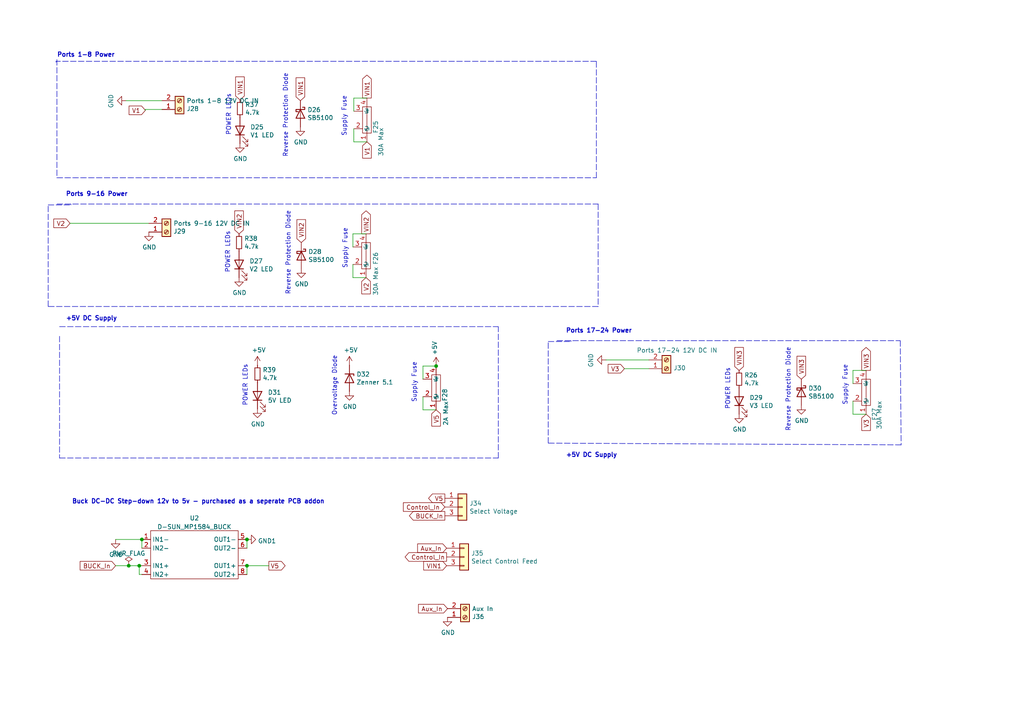
<source format=kicad_sch>
(kicad_sch (version 20211123) (generator eeschema)
  (paper "A4")
  (title_block (title "RPI Cape DPI 24ch Pixel Controller") (date "2022-04-04") (company "OnlineDynamic"))
  (lib_symbols
    (symbol "Connector:Screw_Terminal_01x02" (pin_names (offset 1.016) hide)
      (property "Reference" "J" (at 0 2.54 0))
      (property "Value" "Screw_Terminal_01x02" (at 0 -5.08 0))
      (symbol "Screw_Terminal_01x02_1_1"
        (rectangle (start -1.27 1.27) (end 1.27 -3.81) (stroke (width 0.254)) (fill (type background)))
        (circle (center 0 -2.54) (radius 0.635) (stroke (width 0.1524)))
        (polyline (pts (xy -0.5334 -2.2098) (xy 0.3302 -3.048)) (stroke (width 0.1524)))
        (polyline (pts (xy -0.5334 0.3302) (xy 0.3302 -0.508)) (stroke (width 0.1524)))
        (polyline (pts (xy -0.3556 -2.032) (xy 0.508 -2.8702)) (stroke (width 0.1524)))
        (polyline (pts (xy -0.3556 0.508) (xy 0.508 -0.3302)) (stroke (width 0.1524)))
        (circle (center 0 0) (radius 0.635) (stroke (width 0.1524)))
        (pin passive line (at -5.08 0 0) (length 3.81) (name "Pin_1") (number "1"))
        (pin passive line (at -5.08 -2.54 0) (length 3.81) (name "Pin_2") (number "2"))
      )
    )
    (symbol "Connector_Generic:Conn_01x03" (pin_names (offset 1.016) hide)
      (property "Reference" "J" (at 0 5.08 0))
      (property "Value" "Conn_01x03" (at 0 -5.08 0))
      (symbol "Conn_01x03_1_1"
        (rectangle (start -1.27 -2.413) (end 0 -2.667) (stroke (width 0.1524)))
        (rectangle (start -1.27 0.127) (end 0 -0.127) (stroke (width 0.1524)))
        (rectangle (start -1.27 2.667) (end 0 2.413) (stroke (width 0.1524)))
        (rectangle (start -1.27 3.81) (end 1.27 -3.81) (stroke (width 0.254)) (fill (type background)))
        (pin passive line (at -5.08 2.54 0) (length 3.81) (name "Pin_1") (number "1"))
        (pin passive line (at -5.08 0 0) (length 3.81) (name "Pin_2") (number "2"))
        (pin passive line (at -5.08 -2.54 0) (length 3.81) (name "Pin_3") (number "3"))
      )
    )
    (symbol "Device:D_Schottky" (pin_numbers hide) (pin_names (offset 1.016) hide)
      (property "Reference" "D" (at 0 2.54 0))
      (property "Value" "D_Schottky" (at 0 -2.54 0))
      (symbol "D_Schottky_0_1"
        (polyline (pts (xy 1.27 0) (xy -1.27 0)))
        (polyline (pts (xy 1.27 1.27) (xy 1.27 -1.27) (xy -1.27 0) (xy 1.27 1.27)) (stroke (width 0.254)))
        (polyline (pts (xy -1.905 0.635) (xy -1.905 1.27) (xy -1.27 1.27) (xy -1.27 -1.27) (xy -0.635 -1.27) (xy -0.635 -0.635)) (stroke (width 0.254)))
      )
      (symbol "D_Schottky_1_1"
        (pin passive line (at -3.81 0 0) (length 2.54) (name "K") (number "1"))
        (pin passive line (at 3.81 0 180) (length 2.54) (name "A") (number "2"))
      )
    )
    (symbol "Device:D_Zener" (pin_numbers hide) (pin_names (offset 1.016) hide)
      (property "Reference" "D" (at 0 2.54 0))
      (property "Value" "D_Zener" (at 0 -2.54 0))
      (symbol "D_Zener_0_1"
        (polyline (pts (xy 1.27 0) (xy -1.27 0)))
        (polyline (pts (xy -1.27 -1.27) (xy -1.27 1.27) (xy -0.762 1.27)) (stroke (width 0.254)))
        (polyline (pts (xy 1.27 -1.27) (xy 1.27 1.27) (xy -1.27 0) (xy 1.27 -1.27)) (stroke (width 0.254)))
      )
      (symbol "D_Zener_1_1"
        (pin passive line (at -3.81 0 0) (length 2.54) (name "K") (number "1"))
        (pin passive line (at 3.81 0 180) (length 2.54) (name "A") (number "2"))
      )
    )
    (symbol "Device:LED" (pin_numbers hide) (pin_names (offset 1.016) hide)
      (property "Reference" "D" (at 0 2.54 0))
      (property "Value" "LED" (at 0 -2.54 0))
      (symbol "LED_0_1"
        (polyline (pts (xy -1.27 -1.27) (xy -1.27 1.27)) (stroke (width 0.254)))
        (polyline (pts (xy -1.27 0) (xy 1.27 0)))
        (polyline (pts (xy 1.27 -1.27) (xy 1.27 1.27) (xy -1.27 0) (xy 1.27 -1.27)) (stroke (width 0.254)))
        (polyline (pts (xy -3.048 -0.762) (xy -4.572 -2.286) (xy -3.81 -2.286) (xy -4.572 -2.286) (xy -4.572 -1.524)))
        (polyline (pts (xy -1.778 -0.762) (xy -3.302 -2.286) (xy -2.54 -2.286) (xy -3.302 -2.286) (xy -3.302 -1.524)))
      )
      (symbol "LED_1_1"
        (pin passive line (at -3.81 0 0) (length 2.54) (name "K") (number "1"))
        (pin passive line (at 3.81 0 180) (length 2.54) (name "A") (number "2"))
      )
    )
    (symbol "Device:R_Small" (pin_numbers hide) (pin_names (offset 0.254) hide)
      (property "Reference" "R" (at 0.762 0.508 0))
      (property "Value" "R_Small" (at 0.762 -1.016 0))
      (symbol "R_Small_0_1"
        (rectangle (start -0.762 1.778) (end 0.762 -1.778) (stroke (width 0.2032)))
      )
      (symbol "R_Small_1_1"
        (pin passive line (at 0 2.54 270) (length 0.762) (name "~") (number "1"))
        (pin passive line (at 0 -2.54 90) (length 0.762) (name "~") (number "2"))
      )
    )
    (symbol "Stuarts_BESPOKE:D-SUN_MP1584_BUCK"
      (property "Reference" "U" (at 0 2.54 0))
      (property "Value" "D-SUN_MP1584_BUCK" (at 0 5.08 0))
      (symbol "D-SUN_MP1584_BUCK_0_1"
        (rectangle (start -12.7 1.27) (end 12.7 -12.7) (stroke (width 0.1524)))
      )
      (symbol "D-SUN_MP1584_BUCK_1_1"
        (pin power_in line (at -15.24 -1.27 0) (length 2.54) (name "IN1-") (number "1"))
        (pin power_in line (at -15.24 -3.81 0) (length 2.54) (name "IN2-") (number "2"))
        (pin power_in line (at -15.24 -8.89 0) (length 2.54) (name "IN1+") (number "3"))
        (pin power_in line (at -15.24 -11.43 0) (length 2.54) (name "IN2+") (number "4"))
        (pin power_out line (at 15.24 -1.27 180) (length 2.54) (name "OUT1-") (number "5"))
        (pin power_out line (at 15.24 -3.81 180) (length 2.54) (name "OUT2-") (number "6"))
        (pin power_out line (at 15.24 -8.89 180) (length 2.54) (name "OUT1+") (number "7"))
        (pin power_out line (at 15.24 -11.43 180) (length 2.54) (name "OUT2+") (number "8"))
      )
    )
    (symbol "Stuarts_BESPOKE:Medium_Auto_Fuse_Holder"
      (property "Reference" "F" (at 0 0 0))
      (property "Value" "Medium_Auto_Fuse_Holder" (at 11.43 -5.08 0))
      (symbol "Medium_Auto_Fuse_Holder_0_1"
        (rectangle (start -3.81 -2.54) (end -1.27 -10.16) (stroke (width 0.1524)))
        (polyline (pts (xy -2.54 -10.16) (xy -2.54 -2.54)) (stroke (width 0.1524)))
      )
      (symbol "Medium_Auto_Fuse_Holder_1_1"
        (pin input line (at -2.54 0 270) (length 2.54) (name "1") (number "1"))
        (pin input line (at 1.27 -3.81 180) (length 2.54) (name "2") (number "2"))
        (pin output line (at 1.27 -8.89 180) (length 2.54) (name "3") (number "3"))
        (pin output line (at -2.54 -12.7 90) (length 2.54) (name "4") (number "4"))
      )
    )
    (symbol "power:+5V" (power) (pin_names (offset 0))
      (property "Value" "+5V" (at 0 3.556 0))
      (symbol "+5V_0_1"
        (polyline (pts (xy -0.762 1.27) (xy 0 2.54)))
        (polyline (pts (xy 0 0) (xy 0 2.54)))
        (polyline (pts (xy 0 2.54) (xy 0.762 1.27)))
      )
      (symbol "+5V_1_1"
        (pin power_in line (at 0 0 90) (length 0) hide (name "+5V") (number "1"))
      )
    )
    (symbol "power:GND" (power) (pin_names (offset 0))
      (property "Value" "GND" (at 0 -3.81 0))
      (symbol "GND_0_1"
        (polyline (pts (xy 0 0) (xy 0 -1.27) (xy 1.27 -1.27) (xy 0 -2.54) (xy -1.27 -1.27) (xy 0 -1.27)))
      )
      (symbol "GND_1_1"
        (pin power_in line (at 0 0 270) (length 0) hide (name "GND") (number "1"))
      )
    )
    (symbol "power:GND1" (power) (pin_names (offset 0))
      (property "Value" "GND1" (at 0 -3.81 0))
      (symbol "GND1_0_1"
        (polyline (pts (xy 0 0) (xy 0 -1.27) (xy 1.27 -1.27) (xy 0 -2.54) (xy -1.27 -1.27) (xy 0 -1.27)))
      )
      (symbol "GND1_1_1"
        (pin power_in line (at 0 0 270) (length 0) hide (name "GND1") (number "1"))
      )
    )
    (symbol "power:PWR_FLAG" (power) (pin_numbers hide) (pin_names (offset 0) hide)
      (property "Value" "PWR_FLAG" (at 0 3.81 0))
      (symbol "PWR_FLAG_0_0"
        (pin power_out line (at 0 0 90) (length 0) (name "pwr") (number "1"))
      )
      (symbol "PWR_FLAG_0_1"
        (polyline (pts (xy 0 0) (xy 0 1.27) (xy -1.016 1.905) (xy 0 2.54) (xy 1.016 1.905) (xy 0 1.27)))
      )
    )
  )
  (junction (at 41.148 156.464))
  (junction (at 71.628 164.084))
  (junction (at 71.628 156.464))
  (junction (at 126.492 106.172))
  (junction (at 40.386 164.084))
  (junction (at 37.338 164.084))
  (polyline (pts (xy 261.112 98.806) (xy 261.366 129.032)))
  (wire (pts (xy 46.99 31.75) (xy 42.164 31.75)))
  (wire (pts (xy 71.628 164.084) (xy 77.978 164.084)))
  (wire (pts (xy 71.628 164.084) (xy 71.628 166.624)))
  (wire (pts (xy 251.206 107.442) (xy 247.396 107.442)))
  (polyline (pts (xy 173.482 88.9) (xy 13.97 88.9)))
  (wire (pts (xy 37.338 164.084) (xy 40.386 164.084)))
  (polyline (pts (xy 159.004 128.524) (xy 159.004 99.06)))
  (wire (pts (xy 102.362 76.708) (xy 102.362 80.518)))
  (polyline (pts (xy 144.526 132.842) (xy 144.526 94.742)))
  (wire (pts (xy 106.172 67.818) (xy 102.362 67.818)))
  (polyline (pts (xy 16.51 51.562) (xy 172.974 51.562)))
  (wire (pts (xy 33.528 164.084) (xy 37.338 164.084)))
  (polyline (pts (xy 17.272 132.842) (xy 144.526 132.842)))
  (polyline (pts (xy 20.574 59.436) (xy 20.574 59.182)))
  (wire (pts (xy 247.396 120.142) (xy 251.206 120.142)))
  (polyline (pts (xy 13.97 88.9) (xy 13.97 59.436)))
  (wire (pts (xy 122.682 115.062) (xy 122.682 118.872)))
  (wire (pts (xy 102.616 37.338) (xy 102.616 41.148)))
  (polyline (pts (xy 16.51 59.182) (xy 173.482 59.182)))
  (wire (pts (xy 41.148 156.464) (xy 41.148 159.004)))
  (wire (pts (xy 71.628 156.464) (xy 71.628 159.004)))
  (wire (pts (xy 102.362 80.518) (xy 106.172 80.518)))
  (polyline (pts (xy 172.974 51.562) (xy 172.974 17.78)))
  (wire (pts (xy 247.396 116.332) (xy 247.396 120.142)))
  (wire (pts (xy 181.102 106.934) (xy 188.214 106.934)))
  (wire (pts (xy 122.682 106.172) (xy 126.492 106.172)))
  (polyline (pts (xy 159.004 99.06) (xy 165.608 99.06)))
  (polyline (pts (xy 16.256 17.78) (xy 16.256 18.034)))
  (wire (pts (xy 40.386 166.624) (xy 40.386 164.084)))
  (wire (pts (xy 102.616 28.448) (xy 106.426 28.448)))
  (polyline (pts (xy 165.608 99.06) (xy 165.608 98.806)))
  (wire (pts (xy 41.148 166.624) (xy 40.386 166.624)))
  (polyline (pts (xy 172.974 17.78) (xy 16.256 17.78)))
  (wire (pts (xy 175.768 104.394) (xy 188.214 104.394)))
  (wire (pts (xy 122.682 118.872) (xy 126.492 118.872)))
  (wire (pts (xy 122.682 106.172) (xy 122.682 109.982)))
  (wire (pts (xy 36.576 29.21) (xy 46.99 29.21)))
  (wire (pts (xy 102.362 67.818) (xy 102.362 71.628)))
  (wire (pts (xy 20.32 64.77) (xy 43.18 64.77)))
  (wire (pts (xy 42.164 31.75) (xy 42.164 32.004)))
  (polyline (pts (xy 17.272 94.742) (xy 144.526 94.742)))
  (polyline (pts (xy 261.366 129.032) (xy 159.004 128.524)))
  (polyline (pts (xy 16.51 17.272) (xy 16.51 51.562)))
  (polyline (pts (xy 161.544 98.806) (xy 261.112 98.806)))
  (wire (pts (xy 33.528 156.464) (xy 41.148 156.464)))
  (polyline (pts (xy 173.482 59.182) (xy 173.482 88.9)))
  (wire (pts (xy 102.616 41.148) (xy 106.426 41.148)))
  (polyline (pts (xy 13.97 59.436) (xy 20.574 59.436)))
  (wire (pts (xy 102.616 32.258) (xy 102.616 28.448)))
  (polyline (pts (xy 17.272 97.536) (xy 17.272 132.842)))
  (wire (pts (xy 247.396 107.442) (xy 247.396 111.252)))
  (wire (pts (xy 40.386 164.084) (xy 41.148 164.084)))
  (text "POWER LEDs" (at 66.802 79.248 90) (effects (font (size 1.27 1.27)) (justify left bottom)))
  (text "POWER LEDs" (at 71.882 117.856 90) (effects (font (size 1.27 1.27)) (justify left bottom)))
  (text "+5V DC Supply" (at 164.084 132.842 0) (effects (font (size 1.27 1.27) (thickness 0.254) bold) (justify left bottom)))
  (text "POWER LEDs" (at 67.056 39.37 90) (effects (font (size 1.27 1.27)) (justify left bottom)))
  (text "Reverse Protection Diode" (at 229.362 125.222 90) (effects (font (size 1.27 1.27)) (justify left bottom)))
  (text "Supply Fuse" (at 100.584 39.624 90) (effects (font (size 1.27 1.27)) (justify left bottom)))
  (text "+5V DC Supply" (at 19.05 93.218 0) (effects (font (size 1.27 1.27) (thickness 0.254) bold) (justify left bottom)))
  (text "Reverse Protection Diode" (at 84.328 85.598 90) (effects (font (size 1.27 1.27)) (justify left bottom)))
  (text "Ports 9-16 Power" (at 19.05 57.15 0) (effects (font (size 1.27 1.27) (thickness 0.254) bold) (justify left bottom)))
  (text "Buck DC-DC Step-down 12v to 5v - purchased as a seperate PCB addon" (at 20.828 146.304 0) (effects (font (size 1.27 1.27) (thickness 0.254) bold) (justify left bottom)))
  (text "Supply Fuse" (at 245.872 117.602 90) (effects (font (size 1.27 1.27)) (justify left bottom)))
  (text "Supply Fuse" (at 100.838 77.978 90) (effects (font (size 1.27 1.27)) (justify left bottom)))
  (text "Reverse Protection Diode" (at 83.566 45.72 90) (effects (font (size 1.27 1.27)) (justify left bottom)))
  (text "Supply Fuse" (at 120.904 116.84 90) (effects (font (size 1.27 1.27)) (justify left bottom)))
  (text "Ports 17-24 Power" (at 164.084 96.774 0) (effects (font (size 1.27 1.27) (thickness 0.254) bold) (justify left bottom)))
  (text "Ports 1-8 Power" (at 16.51 16.764 0) (effects (font (size 1.27 1.27) (thickness 0.254) bold) (justify left bottom)))
  (text "POWER LEDs" (at 211.836 118.872 90) (effects (font (size 1.27 1.27)) (justify left bottom)))
  (text "Overvoltage Diode" (at 97.79 120.65 90) (effects (font (size 1.27 1.27)) (justify left bottom)))
  (global_label "Aux_In" (shape input) (at 129.794 176.53 180) (property "Intersheet References" "${INTERSHEET_REFS}" (effects hide)))
  (global_label "BUCK_In" (shape output) (at 129.032 149.606 180) (property "Intersheet References" "${INTERSHEET_REFS}" (effects hide)))
  (global_label "V5" (shape output) (at 77.978 164.084 0) (property "Intersheet References" "${INTERSHEET_REFS}" (effects hide)))
  (global_label "VIN3" (shape output) (at 251.206 107.442 90) (property "Intersheet References" "${INTERSHEET_REFS}" (effects hide)))
  (global_label "VIN2" (shape input) (at 87.376 70.358 90) (property "Intersheet References" "${INTERSHEET_REFS}" (effects hide)))
  (global_label "VIN1" (shape output) (at 106.426 28.448 90) (property "Intersheet References" "${INTERSHEET_REFS}" (effects hide)))
  (global_label "VIN2" (shape output) (at 106.172 67.818 90) (property "Intersheet References" "${INTERSHEET_REFS}" (effects hide)))
  (global_label "VIN1" (shape input) (at 129.54 164.084 180) (property "Intersheet References" "${INTERSHEET_REFS}" (effects hide)))
  (global_label "Aux_In" (shape input) (at 129.54 159.004 180) (property "Intersheet References" "${INTERSHEET_REFS}" (effects hide)))
  (global_label "VIN1" (shape input) (at 69.596 28.956 90) (property "Intersheet References" "${INTERSHEET_REFS}" (effects hide)))
  (global_label "VIN1" (shape input) (at 87.122 29.21 90) (property "Intersheet References" "${INTERSHEET_REFS}" (effects hide)))
  (global_label "V3" (shape input) (at 181.102 106.934 180) (property "Intersheet References" "${INTERSHEET_REFS}" (effects hide)))
  (global_label "V1" (shape input) (at 42.164 32.004 180) (property "Intersheet References" "${INTERSHEET_REFS}" (effects hide)))
  (global_label "BUCK_In" (shape input) (at 33.528 164.084 180) (property "Intersheet References" "${INTERSHEET_REFS}" (effects hide)))
  (global_label "V1" (shape input) (at 106.426 41.148 270) (property "Intersheet References" "${INTERSHEET_REFS}" (effects hide)))
  (global_label "VIN3" (shape input) (at 232.41 109.982 90) (property "Intersheet References" "${INTERSHEET_REFS}" (effects hide)))
  (global_label "V5" (shape output) (at 129.032 144.526 180) (property "Intersheet References" "${INTERSHEET_REFS}" (effects hide)))
  (global_label "Control_In" (shape output) (at 129.54 161.544 180) (property "Intersheet References" "${INTERSHEET_REFS}" (effects hide)))
  (global_label "V2" (shape input) (at 20.32 64.77 180) (property "Intersheet References" "${INTERSHEET_REFS}" (effects hide)))
  (global_label "V3" (shape input) (at 251.206 120.142 270) (property "Intersheet References" "${INTERSHEET_REFS}" (effects hide)))
  (global_label "Control_In" (shape input) (at 129.032 147.066 180) (property "Intersheet References" "${INTERSHEET_REFS}" (effects hide)))
  (global_label "V5" (shape input) (at 126.492 118.872 270) (property "Intersheet References" "${INTERSHEET_REFS}" (effects hide)))
  (global_label "V2" (shape input) (at 106.172 80.518 270) (property "Intersheet References" "${INTERSHEET_REFS}" (effects hide)))
  (global_label "VIN2" (shape input) (at 69.342 67.818 90) (property "Intersheet References" "${INTERSHEET_REFS}" (effects hide)))
  (global_label "VIN3" (shape input) (at 214.376 107.442 90) (property "Intersheet References" "${INTERSHEET_REFS}" (effects hide)))
  (symbol (lib_id "Connector:Screw_Terminal_01x02") (at 52.07 31.75 0) (mirror x) (unit 1)
    (property "Reference" "J28" (at 54.102 31.5468 0) (effects (justify left)))
    (property "Value" "Ports 1-8 12V DC IN" (at 54.102 29.2354 0) (effects (justify left)))
    (property "Footprint" "Stuart_BESPOKE:TerminalBlock_KF950_1x02_P9.50mm_Horizontal" (effects hide))
  )
  (symbol (lib_id "Connector:Screw_Terminal_01x02") (at 48.26 67.31 0) (mirror x) (unit 1)
    (property "Reference" "J29" (at 50.292 67.1068 0) (effects (justify left)))
    (property "Value" "Ports 9-16 12V DC IN" (at 50.292 64.7954 0) (effects (justify left)))
    (property "Footprint" "Stuart_BESPOKE:TerminalBlock_KF950_1x02_P9.50mm_Horizontal" (effects hide))
  )
  (symbol (lib_id "power:GND") (at 36.576 29.21 270) (unit 1)
    (property "Reference" "#PWR061" (effects hide))
    (property "Value" "GND" (at 32.1818 29.337 0))
  )
  (symbol (lib_id "power:GND") (at 43.18 67.31 0) (unit 1)
    (property "Reference" "#PWR060" (effects hide))
    (property "Value" "GND" (at 43.307 71.7042 0))
  )
  (symbol (lib_id "power:GND") (at 69.596 41.656 0) (unit 1)
    (property "Reference" "#PWR062" (effects hide))
    (property "Value" "GND" (at 69.723 46.0502 0))
  )
  (symbol (lib_id "power:GND") (at 69.342 80.518 0) (unit 1)
    (property "Reference" "#PWR063" (effects hide))
    (property "Value" "GND" (at 69.469 84.9122 0))
  )
  (symbol (lib_id "power:GND") (at 74.676 118.618 0) (unit 1)
    (property "Reference" "#PWR065" (effects hide))
    (property "Value" "GND" (at 74.803 123.0122 0))
  )
  (symbol (lib_id "power:+5V") (at 74.676 105.918 0) (unit 1)
    (property "Reference" "#PWR064" (effects hide))
    (property "Value" "+5V" (at 75.057 101.5238 0))
  )
  (symbol (lib_id "Device:LED") (at 69.596 37.846 90) (unit 1)
    (property "Reference" "D25" (at 72.5932 36.8554 90) (effects (justify right)))
    (property "Value" "V1 LED" (at 72.5932 39.1668 90) (effects (justify right)))
    (property "Footprint" "LED_SMD:LED_0603_1608Metric" (effects hide))
    (property "Datasheet" "Everlight-Elec-19-217-GHC-YR1S2-3T_C72043.pdf" (effects hide))
    (property "Description" "C72043" (effects hide))
  )
  (symbol (lib_id "Device:LED") (at 69.342 76.708 90) (unit 1)
    (property "Reference" "D27" (at 72.3392 75.7174 90) (effects (justify right)))
    (property "Value" "V2 LED" (at 72.3392 78.0288 90) (effects (justify right)))
    (property "Footprint" "LED_SMD:LED_0603_1608Metric" (effects hide))
    (property "Datasheet" "Everlight-Elec-19-217-GHC-YR1S2-3T_C72043.pdf" (effects hide))
    (property "Description" "C72043" (effects hide))
  )
  (symbol (lib_id "Device:LED") (at 74.676 114.808 90) (unit 1)
    (property "Reference" "D31" (at 77.6732 113.8174 90) (effects (justify right)))
    (property "Value" "5V LED" (at 77.6732 116.1288 90) (effects (justify right)))
    (property "Footprint" "LED_SMD:LED_0603_1608Metric" (effects hide))
    (property "Datasheet" "Everlight-Elec-19-217-GHC-YR1S2-3T_C72043.pdf" (effects hide))
    (property "Description" "C72043" (effects hide))
  )
  (symbol (lib_id "Device:R_Small") (at 69.596 31.496 0) (unit 1)
    (property "Reference" "R37" (at 71.0946 30.3276 0) (effects (justify left)))
    (property "Value" "4.7k" (at 71.0946 32.639 0) (effects (justify left)))
    (property "Footprint" "Resistor_SMD:R_0805_2012Metric" (effects hide))
    (property "Datasheet" "https://datasheet.lcsc.com/szlcsc/Uniroyal-Elec-0805W8F2201T5E_C17520.pdf" (effects hide))
    (property "Description" "C17673" (effects hide))
  )
  (symbol (lib_id "Device:R_Small") (at 69.342 70.358 0) (unit 1)
    (property "Reference" "R38" (at 70.8406 69.1896 0) (effects (justify left)))
    (property "Value" "4.7k" (at 70.8406 71.501 0) (effects (justify left)))
    (property "Footprint" "Resistor_SMD:R_0805_2012Metric" (effects hide))
    (property "Datasheet" "https://datasheet.lcsc.com/szlcsc/Uniroyal-Elec-0805W8F2201T5E_C17520.pdf" (effects hide))
    (property "Description" "C17673" (effects hide))
  )
  (symbol (lib_id "Device:R_Small") (at 74.676 108.458 0) (unit 1)
    (property "Reference" "R39" (at 76.1746 107.2896 0) (effects (justify left)))
    (property "Value" "4.7k" (at 76.1746 109.601 0) (effects (justify left)))
    (property "Footprint" "Resistor_SMD:R_0805_2012Metric" (effects hide))
    (property "Datasheet" "https://datasheet.lcsc.com/szlcsc/Uniroyal-Elec-0805W8F2201T5E_C17520.pdf" (effects hide))
    (property "Description" "C17673" (effects hide))
  )
  (symbol (lib_id "power:GND") (at 87.122 36.83 0) (unit 1)
    (property "Reference" "#PWR066" (effects hide))
    (property "Value" "GND" (at 87.249 41.2242 0))
  )
  (symbol (lib_id "power:GND") (at 87.376 77.978 0) (unit 1)
    (property "Reference" "#PWR067" (effects hide))
    (property "Value" "GND" (at 87.503 82.3722 0))
  )
  (symbol (lib_id "Device:D_Schottky") (at 87.122 33.02 270) (unit 1)
    (property "Reference" "D26" (at 89.154 31.8516 90) (effects (justify left)))
    (property "Value" "SB5100" (at 89.154 34.163 90) (effects (justify left)))
    (property "Footprint" "Diode_THT:D_DO-201AD_P12.70mm_Horizontal" (effects hide))
  )
  (symbol (lib_id "Device:D_Schottky") (at 87.376 74.168 270) (unit 1)
    (property "Reference" "D28" (at 89.408 72.9996 90) (effects (justify left)))
    (property "Value" "SB5100" (at 89.408 75.311 90) (effects (justify left)))
    (property "Footprint" "Diode_THT:D_DO-201AD_P12.70mm_Horizontal" (effects hide))
  )
  (symbol (lib_id "power:GND") (at 101.346 113.538 0) (unit 1)
    (property "Reference" "#PWR071" (effects hide))
    (property "Value" "GND" (at 101.473 117.9322 0))
  )
  (symbol (lib_id "power:+5V") (at 101.346 105.918 0) (unit 1)
    (property "Reference" "#PWR070" (effects hide))
    (property "Value" "+5V" (at 101.727 101.5238 0))
  )
  (symbol (lib_id "Device:D_Zener") (at 101.346 109.728 270) (unit 1)
    (property "Reference" "D32" (at 103.378 108.5596 90) (effects (justify left)))
    (property "Value" "Zenner 5.1" (at 103.378 110.871 90) (effects (justify left)))
    (property "Footprint" "Diode_THT:D_5W_P10.16mm_Horizontal" (effects hide))
  )
  (symbol (lib_id "Stuarts_BESPOKE:Medium_Auto_Fuse_Holder") (at 123.952 118.872 180) (unit 1)
    (property "Reference" "F28" (at 129.032 114.554 90))
    (property "Value" "2A Max" (at 129.286 119.888 90))
    (property "Footprint" "Stuart_BESPOKE:Medium Auto Fuse Holder" (effects hide))
  )
  (symbol (lib_id "power:GND") (at 33.528 156.464 0) (unit 1)
    (property "Reference" "#PWR072" (effects hide))
    (property "Value" "GND" (at 33.655 160.8582 0))
  )
  (symbol (lib_id "Stuarts_BESPOKE:Medium_Auto_Fuse_Holder") (at 103.886 41.148 180) (unit 1)
    (property "Reference" "F25" (at 108.966 36.83 90))
    (property "Value" "30A Max" (at 110.49 41.148 90))
    (property "Footprint" "Stuart_BESPOKE:Medium Auto Fuse Holder" (effects hide))
  )
  (symbol (lib_id "Stuarts_BESPOKE:Medium_Auto_Fuse_Holder") (at 103.632 80.518 180) (unit 1)
    (property "Reference" "F26" (at 108.966 74.93 90))
    (property "Value" "30A Max" (at 108.966 81.534 90))
    (property "Footprint" "Stuart_BESPOKE:Medium Auto Fuse Holder" (effects hide))
  )
  (symbol (lib_id "Connector:Screw_Terminal_01x02") (at 193.294 106.934 0) (mirror x) (unit 1)
    (property "Reference" "J30" (at 195.326 106.7308 0) (effects (justify left)))
    (property "Value" "Ports 17-24 12V DC IN" (at 184.658 101.6 0) (effects (justify left)))
    (property "Footprint" "Stuart_BESPOKE:TerminalBlock_KF950_1x02_P9.50mm_Horizontal" (effects hide))
  )
  (symbol (lib_id "Device:R_Small") (at 214.376 109.982 0) (unit 1)
    (property "Reference" "R26" (at 215.8746 108.8136 0) (effects (justify left)))
    (property "Value" "4.7k" (at 215.8746 111.125 0) (effects (justify left)))
    (property "Footprint" "Resistor_SMD:R_0805_2012Metric" (effects hide))
    (property "Datasheet" "https://datasheet.lcsc.com/szlcsc/Uniroyal-Elec-0805W8F2201T5E_C17520.pdf" (effects hide))
    (property "Description" "C17673" (effects hide))
  )
  (symbol (lib_id "Stuarts_BESPOKE:D-SUN_MP1584_BUCK") (at 56.388 155.194 0) (unit 1)
    (property "Reference" "U2" (at 56.388 150.275 0))
    (property "Value" "D-SUN_MP1584_BUCK" (at 56.388 152.8119 0))
    (property "Footprint" "Stuart_BESPOKE:D-SUN_MP1584_BUCK" (effects hide))
  )
  (symbol (lib_id "Device:D_Schottky") (at 232.41 113.792 270) (unit 1)
    (property "Reference" "D30" (at 234.442 112.6236 90) (effects (justify left)))
    (property "Value" "SB5100" (at 234.442 114.935 90) (effects (justify left)))
    (property "Footprint" "Diode_THT:D_DO-201AD_P12.70mm_Horizontal" (effects hide))
  )
  (symbol (lib_id "power:+5V") (at 126.492 106.172 0) (unit 1)
    (property "Reference" "#PWR0123" (effects hide))
    (property "Value" "+5V" (at 126.0582 102.9971 90) (effects (justify left)))
  )
  (symbol (lib_id "power:GND") (at 232.41 117.602 0) (unit 1)
    (property "Reference" "#PWR041" (effects hide))
    (property "Value" "GND" (at 232.537 121.9962 0))
  )
  (symbol (lib_id "power:GND") (at 175.768 104.394 270) (unit 1)
    (property "Reference" "#PWR036" (effects hide))
    (property "Value" "GND" (at 171.3738 104.521 0))
  )
  (symbol (lib_id "power:GND") (at 214.376 120.142 0) (unit 1)
    (property "Reference" "#PWR037" (effects hide))
    (property "Value" "GND" (at 214.503 124.5362 0))
  )
  (symbol (lib_id "Connector_Generic:Conn_01x03") (at 134.112 147.066 0) (unit 1)
    (property "Reference" "J34" (at 136.144 145.9992 0) (effects (justify left)))
    (property "Value" "Select Voltage" (at 136.144 148.3106 0) (effects (justify left)))
    (property "Footprint" "Connector_PinHeader_2.54mm:PinHeader_1x03_P2.54mm_Vertical" (effects hide))
  )
  (symbol (lib_id "power:PWR_FLAG") (at 37.338 164.084 0) (unit 1)
    (property "Reference" "#FLG0101" (effects hide))
    (property "Value" "PWR_FLAG" (at 37.338 160.5082 0))
  )
  (symbol (lib_id "Connector_Generic:Conn_01x03") (at 134.62 161.544 0) (unit 1)
    (property "Reference" "J35" (at 136.652 160.4772 0) (effects (justify left)))
    (property "Value" "Select Control Feed" (at 136.652 162.7886 0) (effects (justify left)))
    (property "Footprint" "Connector_PinHeader_2.54mm:PinHeader_1x03_P2.54mm_Vertical" (effects hide))
  )
  (symbol (lib_id "Connector:Screw_Terminal_01x02") (at 134.874 179.07 0) (mirror x) (unit 1)
    (property "Reference" "J36" (at 136.906 178.8668 0) (effects (justify left)))
    (property "Value" "Aux In" (at 136.906 176.5554 0) (effects (justify left)))
    (property "Footprint" "TerminalBlock_RND:TerminalBlock_RND_205-00012_1x02_P5.00mm_Horizontal" (effects hide))
  )
  (symbol (lib_id "power:GND") (at 129.794 179.07 0) (unit 1)
    (property "Reference" "#PWR0160" (effects hide))
    (property "Value" "GND" (at 129.921 183.4642 0))
  )
  (symbol (lib_id "power:GND1") (at 71.628 156.464 90) (unit 1)
    (property "Reference" "#PWR0125" (effects hide))
    (property "Value" "GND1" (at 74.803 156.8978 90) (effects (justify right)))
  )
  (symbol (lib_id "Stuarts_BESPOKE:Medium_Auto_Fuse_Holder") (at 248.666 120.142 180) (unit 1)
    (property "Reference" "F27" (at 253.6698 120.142 90))
    (property "Value" "30A Max" (at 255.016 120.396 90))
    (property "Footprint" "Stuart_BESPOKE:Medium Auto Fuse Holder" (effects hide))
  )
  (symbol (lib_id "Device:LED") (at 214.376 116.332 90) (unit 1)
    (property "Reference" "D29" (at 217.3732 115.3414 90) (effects (justify right)))
    (property "Value" "V3 LED" (at 217.3732 117.6528 90) (effects (justify right)))
    (property "Footprint" "LED_SMD:LED_0603_1608Metric" (effects hide))
    (property "Datasheet" "Everlight-Elec-19-217-GHC-YR1S2-3T_C72043.pdf" (effects hide))
    (property "Description" "C72043" (effects hide))
  )
)
</source>
